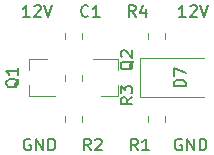
<source format=gbr>
%TF.GenerationSoftware,KiCad,Pcbnew,(7.0.0-0)*%
%TF.CreationDate,2023-03-05T10:41:00+01:00*%
%TF.ProjectId,FancyLight,46616e63-794c-4696-9768-742e6b696361,A*%
%TF.SameCoordinates,Original*%
%TF.FileFunction,Legend,Top*%
%TF.FilePolarity,Positive*%
%FSLAX46Y46*%
G04 Gerber Fmt 4.6, Leading zero omitted, Abs format (unit mm)*
G04 Created by KiCad (PCBNEW (7.0.0-0)) date 2023-03-05 10:41:00*
%MOMM*%
%LPD*%
G01*
G04 APERTURE LIST*
%ADD10C,0.150000*%
%ADD11C,0.120000*%
G04 APERTURE END LIST*
D10*
X142638095Y-88715000D02*
X142542857Y-88667380D01*
X142542857Y-88667380D02*
X142400000Y-88667380D01*
X142400000Y-88667380D02*
X142257143Y-88715000D01*
X142257143Y-88715000D02*
X142161905Y-88810238D01*
X142161905Y-88810238D02*
X142114286Y-88905476D01*
X142114286Y-88905476D02*
X142066667Y-89095952D01*
X142066667Y-89095952D02*
X142066667Y-89238809D01*
X142066667Y-89238809D02*
X142114286Y-89429285D01*
X142114286Y-89429285D02*
X142161905Y-89524523D01*
X142161905Y-89524523D02*
X142257143Y-89619761D01*
X142257143Y-89619761D02*
X142400000Y-89667380D01*
X142400000Y-89667380D02*
X142495238Y-89667380D01*
X142495238Y-89667380D02*
X142638095Y-89619761D01*
X142638095Y-89619761D02*
X142685714Y-89572142D01*
X142685714Y-89572142D02*
X142685714Y-89238809D01*
X142685714Y-89238809D02*
X142495238Y-89238809D01*
X143114286Y-89667380D02*
X143114286Y-88667380D01*
X143114286Y-88667380D02*
X143685714Y-89667380D01*
X143685714Y-89667380D02*
X143685714Y-88667380D01*
X144161905Y-89667380D02*
X144161905Y-88667380D01*
X144161905Y-88667380D02*
X144400000Y-88667380D01*
X144400000Y-88667380D02*
X144542857Y-88715000D01*
X144542857Y-88715000D02*
X144638095Y-88810238D01*
X144638095Y-88810238D02*
X144685714Y-88905476D01*
X144685714Y-88905476D02*
X144733333Y-89095952D01*
X144733333Y-89095952D02*
X144733333Y-89238809D01*
X144733333Y-89238809D02*
X144685714Y-89429285D01*
X144685714Y-89429285D02*
X144638095Y-89524523D01*
X144638095Y-89524523D02*
X144542857Y-89619761D01*
X144542857Y-89619761D02*
X144400000Y-89667380D01*
X144400000Y-89667380D02*
X144161905Y-89667380D01*
X129838095Y-88715000D02*
X129742857Y-88667380D01*
X129742857Y-88667380D02*
X129600000Y-88667380D01*
X129600000Y-88667380D02*
X129457143Y-88715000D01*
X129457143Y-88715000D02*
X129361905Y-88810238D01*
X129361905Y-88810238D02*
X129314286Y-88905476D01*
X129314286Y-88905476D02*
X129266667Y-89095952D01*
X129266667Y-89095952D02*
X129266667Y-89238809D01*
X129266667Y-89238809D02*
X129314286Y-89429285D01*
X129314286Y-89429285D02*
X129361905Y-89524523D01*
X129361905Y-89524523D02*
X129457143Y-89619761D01*
X129457143Y-89619761D02*
X129600000Y-89667380D01*
X129600000Y-89667380D02*
X129695238Y-89667380D01*
X129695238Y-89667380D02*
X129838095Y-89619761D01*
X129838095Y-89619761D02*
X129885714Y-89572142D01*
X129885714Y-89572142D02*
X129885714Y-89238809D01*
X129885714Y-89238809D02*
X129695238Y-89238809D01*
X130314286Y-89667380D02*
X130314286Y-88667380D01*
X130314286Y-88667380D02*
X130885714Y-89667380D01*
X130885714Y-89667380D02*
X130885714Y-88667380D01*
X131361905Y-89667380D02*
X131361905Y-88667380D01*
X131361905Y-88667380D02*
X131600000Y-88667380D01*
X131600000Y-88667380D02*
X131742857Y-88715000D01*
X131742857Y-88715000D02*
X131838095Y-88810238D01*
X131838095Y-88810238D02*
X131885714Y-88905476D01*
X131885714Y-88905476D02*
X131933333Y-89095952D01*
X131933333Y-89095952D02*
X131933333Y-89238809D01*
X131933333Y-89238809D02*
X131885714Y-89429285D01*
X131885714Y-89429285D02*
X131838095Y-89524523D01*
X131838095Y-89524523D02*
X131742857Y-89619761D01*
X131742857Y-89619761D02*
X131600000Y-89667380D01*
X131600000Y-89667380D02*
X131361905Y-89667380D01*
X129780952Y-78367380D02*
X129209524Y-78367380D01*
X129495238Y-78367380D02*
X129495238Y-77367380D01*
X129495238Y-77367380D02*
X129400000Y-77510238D01*
X129400000Y-77510238D02*
X129304762Y-77605476D01*
X129304762Y-77605476D02*
X129209524Y-77653095D01*
X130161905Y-77462619D02*
X130209524Y-77415000D01*
X130209524Y-77415000D02*
X130304762Y-77367380D01*
X130304762Y-77367380D02*
X130542857Y-77367380D01*
X130542857Y-77367380D02*
X130638095Y-77415000D01*
X130638095Y-77415000D02*
X130685714Y-77462619D01*
X130685714Y-77462619D02*
X130733333Y-77557857D01*
X130733333Y-77557857D02*
X130733333Y-77653095D01*
X130733333Y-77653095D02*
X130685714Y-77795952D01*
X130685714Y-77795952D02*
X130114286Y-78367380D01*
X130114286Y-78367380D02*
X130733333Y-78367380D01*
X131019048Y-77367380D02*
X131352381Y-78367380D01*
X131352381Y-78367380D02*
X131685714Y-77367380D01*
X142980952Y-78367380D02*
X142409524Y-78367380D01*
X142695238Y-78367380D02*
X142695238Y-77367380D01*
X142695238Y-77367380D02*
X142600000Y-77510238D01*
X142600000Y-77510238D02*
X142504762Y-77605476D01*
X142504762Y-77605476D02*
X142409524Y-77653095D01*
X143361905Y-77462619D02*
X143409524Y-77415000D01*
X143409524Y-77415000D02*
X143504762Y-77367380D01*
X143504762Y-77367380D02*
X143742857Y-77367380D01*
X143742857Y-77367380D02*
X143838095Y-77415000D01*
X143838095Y-77415000D02*
X143885714Y-77462619D01*
X143885714Y-77462619D02*
X143933333Y-77557857D01*
X143933333Y-77557857D02*
X143933333Y-77653095D01*
X143933333Y-77653095D02*
X143885714Y-77795952D01*
X143885714Y-77795952D02*
X143314286Y-78367380D01*
X143314286Y-78367380D02*
X143933333Y-78367380D01*
X144219048Y-77367380D02*
X144552381Y-78367380D01*
X144552381Y-78367380D02*
X144885714Y-77367380D01*
X134733333Y-78272142D02*
X134685714Y-78319761D01*
X134685714Y-78319761D02*
X134542857Y-78367380D01*
X134542857Y-78367380D02*
X134447619Y-78367380D01*
X134447619Y-78367380D02*
X134304762Y-78319761D01*
X134304762Y-78319761D02*
X134209524Y-78224523D01*
X134209524Y-78224523D02*
X134161905Y-78129285D01*
X134161905Y-78129285D02*
X134114286Y-77938809D01*
X134114286Y-77938809D02*
X134114286Y-77795952D01*
X134114286Y-77795952D02*
X134161905Y-77605476D01*
X134161905Y-77605476D02*
X134209524Y-77510238D01*
X134209524Y-77510238D02*
X134304762Y-77415000D01*
X134304762Y-77415000D02*
X134447619Y-77367380D01*
X134447619Y-77367380D02*
X134542857Y-77367380D01*
X134542857Y-77367380D02*
X134685714Y-77415000D01*
X134685714Y-77415000D02*
X134733333Y-77462619D01*
X135685714Y-78367380D02*
X135114286Y-78367380D01*
X135400000Y-78367380D02*
X135400000Y-77367380D01*
X135400000Y-77367380D02*
X135304762Y-77510238D01*
X135304762Y-77510238D02*
X135209524Y-77605476D01*
X135209524Y-77605476D02*
X135114286Y-77653095D01*
X142967380Y-84238094D02*
X141967380Y-84238094D01*
X141967380Y-84238094D02*
X141967380Y-83999999D01*
X141967380Y-83999999D02*
X142015000Y-83857142D01*
X142015000Y-83857142D02*
X142110238Y-83761904D01*
X142110238Y-83761904D02*
X142205476Y-83714285D01*
X142205476Y-83714285D02*
X142395952Y-83666666D01*
X142395952Y-83666666D02*
X142538809Y-83666666D01*
X142538809Y-83666666D02*
X142729285Y-83714285D01*
X142729285Y-83714285D02*
X142824523Y-83761904D01*
X142824523Y-83761904D02*
X142919761Y-83857142D01*
X142919761Y-83857142D02*
X142967380Y-83999999D01*
X142967380Y-83999999D02*
X142967380Y-84238094D01*
X141967380Y-83333332D02*
X141967380Y-82666666D01*
X141967380Y-82666666D02*
X142967380Y-83095237D01*
X128862619Y-83595238D02*
X128815000Y-83690476D01*
X128815000Y-83690476D02*
X128719761Y-83785714D01*
X128719761Y-83785714D02*
X128576904Y-83928571D01*
X128576904Y-83928571D02*
X128529285Y-84023809D01*
X128529285Y-84023809D02*
X128529285Y-84119047D01*
X128767380Y-84071428D02*
X128719761Y-84166666D01*
X128719761Y-84166666D02*
X128624523Y-84261904D01*
X128624523Y-84261904D02*
X128434047Y-84309523D01*
X128434047Y-84309523D02*
X128100714Y-84309523D01*
X128100714Y-84309523D02*
X127910238Y-84261904D01*
X127910238Y-84261904D02*
X127815000Y-84166666D01*
X127815000Y-84166666D02*
X127767380Y-84071428D01*
X127767380Y-84071428D02*
X127767380Y-83880952D01*
X127767380Y-83880952D02*
X127815000Y-83785714D01*
X127815000Y-83785714D02*
X127910238Y-83690476D01*
X127910238Y-83690476D02*
X128100714Y-83642857D01*
X128100714Y-83642857D02*
X128434047Y-83642857D01*
X128434047Y-83642857D02*
X128624523Y-83690476D01*
X128624523Y-83690476D02*
X128719761Y-83785714D01*
X128719761Y-83785714D02*
X128767380Y-83880952D01*
X128767380Y-83880952D02*
X128767380Y-84071428D01*
X128767380Y-82690476D02*
X128767380Y-83261904D01*
X128767380Y-82976190D02*
X127767380Y-82976190D01*
X127767380Y-82976190D02*
X127910238Y-83071428D01*
X127910238Y-83071428D02*
X128005476Y-83166666D01*
X128005476Y-83166666D02*
X128053095Y-83261904D01*
X138933333Y-89667380D02*
X138600000Y-89191190D01*
X138361905Y-89667380D02*
X138361905Y-88667380D01*
X138361905Y-88667380D02*
X138742857Y-88667380D01*
X138742857Y-88667380D02*
X138838095Y-88715000D01*
X138838095Y-88715000D02*
X138885714Y-88762619D01*
X138885714Y-88762619D02*
X138933333Y-88857857D01*
X138933333Y-88857857D02*
X138933333Y-89000714D01*
X138933333Y-89000714D02*
X138885714Y-89095952D01*
X138885714Y-89095952D02*
X138838095Y-89143571D01*
X138838095Y-89143571D02*
X138742857Y-89191190D01*
X138742857Y-89191190D02*
X138361905Y-89191190D01*
X139885714Y-89667380D02*
X139314286Y-89667380D01*
X139600000Y-89667380D02*
X139600000Y-88667380D01*
X139600000Y-88667380D02*
X139504762Y-88810238D01*
X139504762Y-88810238D02*
X139409524Y-88905476D01*
X139409524Y-88905476D02*
X139314286Y-88953095D01*
X138733333Y-78367380D02*
X138400000Y-77891190D01*
X138161905Y-78367380D02*
X138161905Y-77367380D01*
X138161905Y-77367380D02*
X138542857Y-77367380D01*
X138542857Y-77367380D02*
X138638095Y-77415000D01*
X138638095Y-77415000D02*
X138685714Y-77462619D01*
X138685714Y-77462619D02*
X138733333Y-77557857D01*
X138733333Y-77557857D02*
X138733333Y-77700714D01*
X138733333Y-77700714D02*
X138685714Y-77795952D01*
X138685714Y-77795952D02*
X138638095Y-77843571D01*
X138638095Y-77843571D02*
X138542857Y-77891190D01*
X138542857Y-77891190D02*
X138161905Y-77891190D01*
X139590476Y-77700714D02*
X139590476Y-78367380D01*
X139352381Y-77319761D02*
X139114286Y-78034047D01*
X139114286Y-78034047D02*
X139733333Y-78034047D01*
X138467380Y-85166666D02*
X137991190Y-85499999D01*
X138467380Y-85738094D02*
X137467380Y-85738094D01*
X137467380Y-85738094D02*
X137467380Y-85357142D01*
X137467380Y-85357142D02*
X137515000Y-85261904D01*
X137515000Y-85261904D02*
X137562619Y-85214285D01*
X137562619Y-85214285D02*
X137657857Y-85166666D01*
X137657857Y-85166666D02*
X137800714Y-85166666D01*
X137800714Y-85166666D02*
X137895952Y-85214285D01*
X137895952Y-85214285D02*
X137943571Y-85261904D01*
X137943571Y-85261904D02*
X137991190Y-85357142D01*
X137991190Y-85357142D02*
X137991190Y-85738094D01*
X137467380Y-84833332D02*
X137467380Y-84214285D01*
X137467380Y-84214285D02*
X137848333Y-84547618D01*
X137848333Y-84547618D02*
X137848333Y-84404761D01*
X137848333Y-84404761D02*
X137895952Y-84309523D01*
X137895952Y-84309523D02*
X137943571Y-84261904D01*
X137943571Y-84261904D02*
X138038809Y-84214285D01*
X138038809Y-84214285D02*
X138276904Y-84214285D01*
X138276904Y-84214285D02*
X138372142Y-84261904D01*
X138372142Y-84261904D02*
X138419761Y-84309523D01*
X138419761Y-84309523D02*
X138467380Y-84404761D01*
X138467380Y-84404761D02*
X138467380Y-84690475D01*
X138467380Y-84690475D02*
X138419761Y-84785713D01*
X138419761Y-84785713D02*
X138372142Y-84833332D01*
X134933333Y-89667380D02*
X134600000Y-89191190D01*
X134361905Y-89667380D02*
X134361905Y-88667380D01*
X134361905Y-88667380D02*
X134742857Y-88667380D01*
X134742857Y-88667380D02*
X134838095Y-88715000D01*
X134838095Y-88715000D02*
X134885714Y-88762619D01*
X134885714Y-88762619D02*
X134933333Y-88857857D01*
X134933333Y-88857857D02*
X134933333Y-89000714D01*
X134933333Y-89000714D02*
X134885714Y-89095952D01*
X134885714Y-89095952D02*
X134838095Y-89143571D01*
X134838095Y-89143571D02*
X134742857Y-89191190D01*
X134742857Y-89191190D02*
X134361905Y-89191190D01*
X135314286Y-88762619D02*
X135361905Y-88715000D01*
X135361905Y-88715000D02*
X135457143Y-88667380D01*
X135457143Y-88667380D02*
X135695238Y-88667380D01*
X135695238Y-88667380D02*
X135790476Y-88715000D01*
X135790476Y-88715000D02*
X135838095Y-88762619D01*
X135838095Y-88762619D02*
X135885714Y-88857857D01*
X135885714Y-88857857D02*
X135885714Y-88953095D01*
X135885714Y-88953095D02*
X135838095Y-89095952D01*
X135838095Y-89095952D02*
X135266667Y-89667380D01*
X135266667Y-89667380D02*
X135885714Y-89667380D01*
X138562619Y-82095238D02*
X138515000Y-82190476D01*
X138515000Y-82190476D02*
X138419761Y-82285714D01*
X138419761Y-82285714D02*
X138276904Y-82428571D01*
X138276904Y-82428571D02*
X138229285Y-82523809D01*
X138229285Y-82523809D02*
X138229285Y-82619047D01*
X138467380Y-82571428D02*
X138419761Y-82666666D01*
X138419761Y-82666666D02*
X138324523Y-82761904D01*
X138324523Y-82761904D02*
X138134047Y-82809523D01*
X138134047Y-82809523D02*
X137800714Y-82809523D01*
X137800714Y-82809523D02*
X137610238Y-82761904D01*
X137610238Y-82761904D02*
X137515000Y-82666666D01*
X137515000Y-82666666D02*
X137467380Y-82571428D01*
X137467380Y-82571428D02*
X137467380Y-82380952D01*
X137467380Y-82380952D02*
X137515000Y-82285714D01*
X137515000Y-82285714D02*
X137610238Y-82190476D01*
X137610238Y-82190476D02*
X137800714Y-82142857D01*
X137800714Y-82142857D02*
X138134047Y-82142857D01*
X138134047Y-82142857D02*
X138324523Y-82190476D01*
X138324523Y-82190476D02*
X138419761Y-82285714D01*
X138419761Y-82285714D02*
X138467380Y-82380952D01*
X138467380Y-82380952D02*
X138467380Y-82571428D01*
X137562619Y-81761904D02*
X137515000Y-81714285D01*
X137515000Y-81714285D02*
X137467380Y-81619047D01*
X137467380Y-81619047D02*
X137467380Y-81380952D01*
X137467380Y-81380952D02*
X137515000Y-81285714D01*
X137515000Y-81285714D02*
X137562619Y-81238095D01*
X137562619Y-81238095D02*
X137657857Y-81190476D01*
X137657857Y-81190476D02*
X137753095Y-81190476D01*
X137753095Y-81190476D02*
X137895952Y-81238095D01*
X137895952Y-81238095D02*
X138467380Y-81809523D01*
X138467380Y-81809523D02*
X138467380Y-81190476D01*
D11*
X134210000Y-79741422D02*
X134210000Y-80258578D01*
X132790000Y-79741422D02*
X132790000Y-80258578D01*
X139100000Y-81850000D02*
X139100000Y-85150000D01*
X139100000Y-81850000D02*
X144500000Y-81850000D01*
X139100000Y-85150000D02*
X144500000Y-85150000D01*
X129740000Y-85080000D02*
X131900000Y-85080000D01*
X129740000Y-85080000D02*
X129740000Y-84150000D01*
X129740000Y-81920000D02*
X131200000Y-81920000D01*
X129740000Y-81920000D02*
X129740000Y-82850000D01*
X139790000Y-87258578D02*
X139790000Y-86741422D01*
X141210000Y-87258578D02*
X141210000Y-86741422D01*
X141210000Y-79741422D02*
X141210000Y-80258578D01*
X139790000Y-79741422D02*
X139790000Y-80258578D01*
X132790000Y-83758578D02*
X132790000Y-83241422D01*
X134210000Y-83758578D02*
X134210000Y-83241422D01*
X134210000Y-86741422D02*
X134210000Y-87258578D01*
X132790000Y-86741422D02*
X132790000Y-87258578D01*
X137260000Y-81920000D02*
X135100000Y-81920000D01*
X137260000Y-81920000D02*
X137260000Y-82850000D01*
X137260000Y-85080000D02*
X135800000Y-85080000D01*
X137260000Y-85080000D02*
X137260000Y-84150000D01*
M02*

</source>
